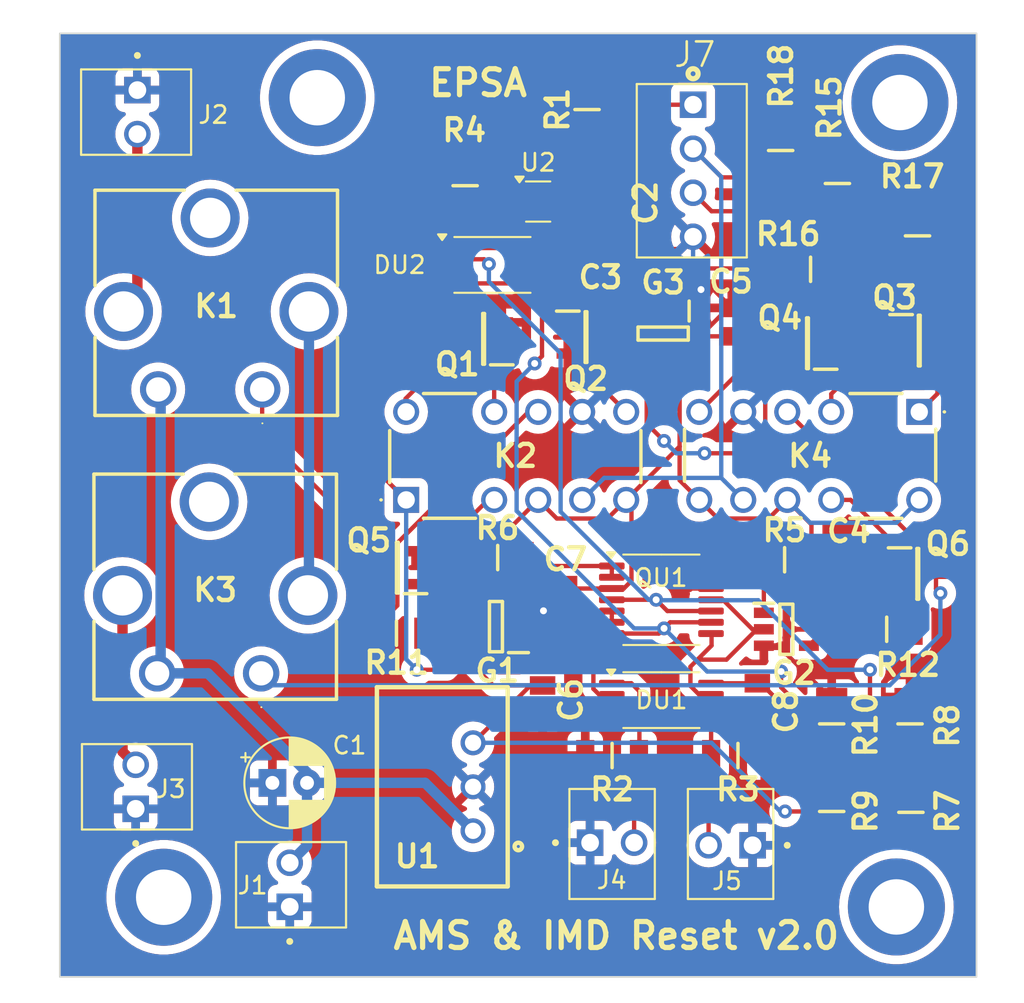
<source format=kicad_pcb>
(kicad_pcb (version 20240108) (generator "pcbnew") (generator_version "8.0")
  (layers (0 "F.Cu" signal) (31 "B.Cu" signal) (34 "B.Paste" user) (35 "F.Paste" user) (36 "B.SilkS" user "B.Silkscreen") (37 "F.SilkS" user "F.Silkscreen") (38 "B.Mask" user) (39 "F.Mask" user) (44 "Edge.Cuts" user))
  (net 0 "")
  (net 1 "GND")
  (net 2 "+12V")
  (net 3 "+5V")
  (net 4 "/AMS_OK")
  (net 5 "/Raw_AMS_OK")
  (net 6 "Net-(G3-Pad4)")
  (net 7 "/IMD_OK")
  (net 8 "/Raw_IMD_OK")
  (net 9 "Net-(K2-COM_2)")
  (net 10 "/IMD_SCS_Compliance")
  (net 11 "/SC in")
  (net 12 "/SC out")
  (net 13 "/AMS_SCS_Compliance")
  (net 14 "Net-(K2-Reset_2)")
  (net 15 "Net-(K4-COM_1)")
  (net 16 "/0.75V")
  (net 17 "/4.25V")
  (net 18 "/Button_Output_SCS_Compliance")
  (net 19 "/Button_Output")
  (net 20 "/Button_Input")
  (net 21 "/Raw_Button_Output")
  (net 22 "/Button_Input_SCS")
  (net 23 "Net-(K1-Pad1)")
  (net 24 "Net-(K2-COIL2-Pad7)")
  (net 25 "Net-(K2-COIL1-Pad12)")
  (net 26 "/SC_Closed_IMD")
  (net 27 "Net-(K4-COIL1-Pad1)")
  (net 28 "Net-(K4-COIL2-Pad6)")
  (net 29 "/SC_Closed_AMS")
  (net 30 "Net-(G1-Pad4)")
  (net 31 "Net-(G2-Pad4)")
  (net 33 "Net-(K1-Pad2)")
  (net 34 "Net-(K3-Pad1)")
  (net 36 "Net-(K4-Reset_1)")
  (footprint "EPSA_lib:RESC3216X70N" (layer "F.Cu") (at 190.0174 73.5076 90)
    (property "Reference" "R18")
    (property "Value" "100k" (hide yes))
  )
  (footprint "EPSA_lib:RESC3216X70N" (layer "F.Cu") (at 192.9638 111.6584 -90)
    (property "Reference" "R9")
    (property "Value" "12k" (hide yes))
  )
  (footprint "Package_TO_SOT_SMD:SOT-353_SC-70-5_Handsoldering" (layer "F.Cu") (at 176.022 76.454)
    (property "Reference" "U2")
    (property "Value" "~")
  )
  (footprint "" (layer "F.Cu") (at 163.2712 70.4596)
    (property "Reference" "")
    (property "Value" "")
  )
  (footprint "Package_SO:TSSOP-14_4.4x5mm_P0.65mm" (layer "F.Cu") (at 183.134 99.4404)
    (property "Reference" "QU1")
    (property "Value" "Opamp_Quad")
  )
  (footprint "EPSA_lib:MOLEX_22-11-2022" (layer "F.Cu") (at 179.0192 113.4612)
    (property "Reference" "J4")
    (property "Value" "2P Droit 2-11-2022")
  )
  (footprint "" (layer "F.Cu") (at 196.9008 70.739)
    (property "Reference" "")
    (property "Value" "")
  )
  (footprint "EPSA_lib:V23079B1201B301" (layer "F.Cu") (at 168.402 93.6752)
    (property "Reference" "K2")
    (property "Value" "Bistable V23079B1201B301" (hide yes))
  )
  (footprint "EPSA_lib:RESC3216X70N" (layer "F.Cu") (at 197.5358 111.7092 -90)
    (property "Reference" "R7")
    (property "Value" "82k" (hide yes))
  )
  (footprint "EPSA_lib:MOLEX_22-11-2022" (layer "F.Cu") (at 188.3984 113.6112 180)
    (property "Reference" "J5")
    (property "Value" "2P Droit 2-11-2022")
  )
  (footprint "EPSA_lib:SOT95P237X112-3N" (layer "F.Cu") (at 198.0184 84.4804)
    (property "Reference" "Q3")
    (property "Value" "NMOS SQ2348ES-T1_GE3" (hide yes))
  )
  (footprint "EPSA_lib:CP112V" (layer "F.Cu") (at 160.0294 103.6864 180)
    (property "Reference" "K3")
    (property "Value" "Relais PCB" (hide yes))
  )
  (footprint "EPSA_lib:SOT95P237X112-3N" (layer "F.Cu") (at 178.782 84.2772)
    (property "Reference" "Q2")
    (property "Value" "NMOS SQ2348ES-T1_GE3" (hide yes))
  )
  (footprint "EPSA_lib:RESC3216X70N" (layer "F.Cu") (at 180.2892 108.432 180)
    (property "Reference" "R2")
    (property "Value" "500k" (hide yes))
  )
  (footprint "EPSA_lib:CAPC2012X130N" (layer "F.Cu") (at 194.1068 97.7138 -90)
    (property "Reference" "C4")
    (property "Value" "1u" (hide yes))
  )
  (footprint "EPSA_lib:RESC3216X70N" (layer "F.Cu") (at 173.6852 97.0026)
    (property "Reference" "R6")
    (property "Value" "10k" (hide yes))
  )
  (footprint "EPSA_lib:RESC3216X70N" (layer "F.Cu") (at 171.8056 75.5396 -90)
    (property "Reference" "R4")
    (property "Value" "10k" (hide yes))
  )
  (footprint "EPSA_lib:RESC3216X70N" (layer "F.Cu") (at 193.294 75.4126 -90)
    (property "Reference" "R15")
    (property "Value" "3k9" (hide yes))
  )
  (footprint "EPSA_lib:MOLEX_22-11-2042" (layer "F.Cu") (at 184.9628 74.676 -90)
    (property "Reference" "J7")
    (property "Value" "4P Droit 22-11-2042")
  )
  (footprint "EPSA_lib:CAPC2012X130N" (layer "F.Cu") (at 188.6712 105.0792 -90)
    (property "Reference" "C8")
    (property "Value" "1u" (hide yes))
  )
  (footprint "EPSA_lib:CP112V" (layer "F.Cu") (at 160.0896 87.2998 180)
    (property "Reference" "K1")
    (property "Value" "Relais PCB" (hide yes))
  )
  (footprint "EPSA_lib:CAPC2012X130N" (layer "F.Cu") (at 176.276 105.2068 -90)
    (property "Reference" "C6")
    (property "Value" "1u" (hide yes))
  )
  (footprint "EPSA_lib:SOT95P280X145-5N" (layer "F.Cu") (at 183.2356 84.074 -90)
    (property "Reference" "G3")
    (property "Value" "Gate AND SN74AHCT1G08DBVR" (hide yes))
  )
  (footprint "EPSA_lib:SOT95P237X112-3N" (layer "F.Cu") (at 167.894 97.5868 180)
    (property "Reference" "Q5")
    (property "Value" "NMOS SQ2348ES-T1_GE3" (hide yes))
  )
  (footprint "EPSA_lib:RESC3216X70N" (layer "F.Cu") (at 192.9638 106.6038 -90)
    (property "Reference" "R10")
    (property "Value" "82k" (hide yes))
  )
  (footprint "Package_SO:TSSOP-8_4.4x3mm_P0.65mm" (layer "F.Cu") (at 173.3804 80.1116)
    (property "Reference" "DU2")
    (property "Value" "Opamp_Dual")
  )
  (footprint "EPSA_lib:SOT95P237X112-3N" (layer "F.Cu") (at 197.9336 97.9424)
    (property "Reference" "Q6")
    (property "Value" "NMOS SQ2348ES-T1_GE3" (hide yes))
  )
  (footprint "EPSA_lib:V23079B1201B301" (layer "F.Cu") (at 198.0184 88.5952 180)
    (property "Reference" "K4")
    (property "Value" "Bistable V23079B1201B301" (hide yes))
  )
  (footprint "EPSA_lib:SOT95P237X112-3N" (layer "F.Cu") (at 172.8724 84.3788 180)
    (property "Reference" "Q1")
    (property "Value" "NMOS SQ2348ES-T1_GE3" (hide yes))
  )
  (footprint "EPSA_lib:RESC3216X70N" (layer "F.Cu") (at 178.8414 71.1454 90)
    (property "Reference" "R1")
    (property "Value" "500k" (hide yes))
  )
  (footprint "EPSA_lib:CAPC2012X130N" (layer "F.Cu") (at 177.546 99.4156 -90)
    (property "Reference" "C7")
    (property "Value" "1u" (hide yes))
  )
  (footprint "Capacitor_THT:CP_Radial_D5.0mm_P2.00mm" (layer "F.Cu") (at 160.6804 110.0074)
    (property "Reference" "C1")
    (property "Value" "C")
  )
  (footprint "" (layer "F.Cu") (at 196.6976 117.1702)
    (property "Reference" "")
    (property "Value" "")
  )
  (footprint "EPSA_lib:RESC3216X70N" (layer "F.Cu") (at 191.7446 80.3656 180)
    (property "Reference" "R16")
    (property "Value" "8k2" (hide yes))
  )
  (footprint "EPSA_lib:MOLEX_22-11-2022" (layer "F.Cu") (at 152.888 70.0214 -90)
    (property "Reference" "J2")
    (property "Value" "2P Droit 2-11-2022")
  )
  (footprint "EPSA_lib:MOLEX_22-11-2022" (layer "F.Cu") (at 161.6816 117.1608 90)
    (property "Reference" "J1")
    (property "Value" "2P Droit 2-11-2022")
  )
  (footprint "EPSA_lib:SOT95P280X145-5N" (layer "F.Cu") (at 190.3476 101.1428)
    (property "Reference" "G2")
    (property "Value" "Gate NAND SN74AHCT1G00DBVR" (hide yes))
  )
  (footprint "EPSA_lib:CAPC2012X130N" (layer "F.Cu") (at 187.198 83.4136 -90)
    (property "Reference" "C5")
    (property "Value" "1u" (hide yes))
  )
  (footprint "EPSA_lib:RESC3216X70N" (layer "F.Cu") (at 197.9168 78.4352 90)
    (property "Reference" "R17")
    (property "Value" "8k2" (hide yes))
  )
  (footprint "EPSA_lib:RESC3216X70N" (layer "F.Cu") (at 196.1388 101.1428)
    (property "Reference" "R12")
    (property "Value" "500" (hide yes))
  )
  (footprint "EPSA_lib:RESC3216X70N" (layer "F.Cu") (at 190.246 97.1296)
    (property "Reference" "R5")
    (property "Value" "10k" (hide yes))
  )
  (footprint "EPSA_lib:RESC3216X70N" (layer "F.Cu") (at 187.5536 108.432)
    (property "Reference" "R3")
    (property "Value" "500k" (hide yes))
  )
  (footprint "EPSA_lib:SOT95P280X145-5N" (layer "F.Cu") (at 173.5836 100.9904 180)
    (property "Reference" "G1")
    (property "Value" "Gate NAND SN74AHCT1G00DBVR" (hide yes))
  )
  (footprint "EPSA_lib:RESC3216X70N" (layer "F.Cu") (at 197.485 106.6038 -90)
    (property "Reference" "R8")
    (property "Value" "12k" (hide yes))
  )
  (footprint "EPSA_lib:CAPC2012X130N" (layer "F.Cu") (at 180.3908 76.4032 90)
    (property "Reference" "C2")
    (property "Value" "1u" (hide yes))
  )
  (footprint "EPSA_lib:SOT95P237X112-3N" (layer "F.Cu") (at 191.5668 84.6328 180)
    (property "Reference" "Q4")
    (property "Value" "NMOS SQ2348ES-T1_GE3" (hide yes))
  )
  (footprint "EPSA_lib:CAPC2012X130N" (layer "F.Cu") (at 179.6288 79.1972 180)
    (property "Reference" "C3")
    (property "Value" "1u" (hide yes))
  )
  (footprint "EPSA_lib:MOLEX_22-11-2022" (layer "F.Cu") (at 152.7888 111.5062 90)
    (property "Reference" "J3")
    (property "Value" "2P Droit 2-11-2022")
  )
  (footprint "EPSA_lib:TSR-0.5-2433" (layer "F.Cu") (at 174.2628 115.986 90)
    (property "Reference" "U1")
    (property "Value" "Alim LP TSR_0.5-2450" (hide yes))
  )
  (footprint "EPSA_lib:RESC3216X70N" (layer "F.Cu") (at 167.8432 101.3714 180)
    (property "Reference" "R11")
    (property "Value" "500" (hide yes))
  )
  (footprint "" (layer "F.Cu") (at 154.4066 116.6114)
    (property "Reference" "")
    (property "Value" "")
  )
  (footprint "Package_SO:TSSOP-8_4.4x3mm_P0.65mm" (layer "F.Cu") (at 183.134 105.2316)
    (property "Reference" "DU1")
    (property "Value" "Opamp_Dual")
  )
  (gr_rect (start 148.4122 66.7512) (end 201.3204 121.2088) (stroke (width 0.1)) (fill none) (layer "Edge.Cuts"))
  (gr_text "AMS & IMD Reset v2.0" (at 193.548 119.7102 0) (layer "F.SilkS") (effects (font (size 1.5 1.5) (thickness 0.3) (bold yes)) (justify right bottom)))
  (gr_text "EPSA" (at 169.5704 70.485 0) (layer "F.SilkS") (effects (font (size 1.5 1.5) (thickness 0.3) (bold yes)) (justify left bottom)))
  (segment (start 176.2912 100.0404) (end 174.8836 100.0404) (width 0.25) (layer "F.Cu") (net 1))
  (segment (start 182.4702 83.7836) (end 185.808 83.7836) (width 0.25) (layer "F.Cu") (net 1))
  (segment (start 176.3268 100.076) (end 176.2912 100.0404) (width 0.25) (layer "F.Cu") (net 1))
  (segment (start 184.2516 79.1972) (end 180.4488 79.1972) (width 0.25) (layer "F.Cu") (net 1))
  (segment (start 176.4864 100.2356) (end 177.546 100.2356) (width 0.25) (layer "F.Cu") (net 1))
  (segment (start 188.6712 107.9996) (end 189.1036 108.432) (width 0.25) (layer "F.Cu") (net 1))
  (segment (start 189.0476 102.0928) (end 189.8726 102.0928) (width 0.25) (layer "F.Cu") (net 1))
  (segment (start 188.6712 105.8992) (end 188.6712 107.9996) (width 0.25) (layer "F.Cu") (net 1))
  (segment (start 185.42 81.534) (end 186.1384 81.534) (width 0.25) (layer "F.Cu") (net 1))
  (segment (start 186.1384 81.534) (end 187.198 82.5936) (width 0.25) (layer "F.Cu") (net 1))
  (segment (start 182.2856 83.599) (end 182.4702 83.7836) (width 0.25) (layer "F.Cu") (net 1))
  (segment (start 189.8726 102.0928) (end 192.8336 105.0538) (width 0.25) (layer "F.Cu") (net 1))
  (segment (start 192.8336 105.0538) (end 192.9638 105.0538) (width 0.25) (layer "F.Cu") (net 1))
  (segment (start 176.3268 100.076) (end 176.4864 100.2356) (width 0.25) (layer "F.Cu") (net 1))
  (segment (start 184.2672 98.7904) (end 184.2516 98.806) (width 0.25) (layer "F.Cu") (net 1))
  (segment (start 184.9628 78.486) (end 184.2516 79.1972) (width 0.25) (layer "F.Cu") (net 1))
  (segment (start 186.998 82.5936) (end 187.198 82.5936) (width 0.25) (layer "F.Cu") (net 1))
  (segment (start 185.808 83.7836) (end 186.998 82.5936) (width 0.25) (layer "F.Cu") (net 1))
  (segment (start 185.9965 98.7904) (end 184.2672 98.7904) (width 0.25) (layer "F.Cu") (net 1))
  (segment (start 182.2856 82.774) (end 182.2856 83.599) (width 0.25) (layer "F.Cu") (net 1))
  (via (at 176.3268 100.076) (size 0.8) (drill 0.4) (layers "F.Cu" "B.Cu") (net 1))
  (via (at 185.42 81.534) (size 0.8) (drill 0.4) (layers "F.Cu" "B.Cu") (net 1))
  (segment (start 184.9628 78.486) (end 184.9628 81.0768) (width 0.25) (layer "B.Cu") (net 1))
  (segment (start 184.9628 81.0768) (end 185.42 81.534) (width 0.25) (layer "B.Cu") (net 1))
  (segment (start 156.9594 103.6864) (end 162.6804 109.4074) (width 0.6) (layer "B.Cu") (net 2))
  (segment (start 154.2294 87.4396) (end 154.2294 103.4864) (width 0.6) (layer "B.Cu") (net 2))
  (segment (start 154.0896 87.2998) (end 154.2294 87.4396) (width 0.6) (layer "B.Cu") (net 2))
  (segment (start 169.4942 110.0074) (end 162.6804 110.0074) (width 0.6) (layer "B.Cu") (net 2))
  (segment (start 154.0294 103.6864) (end 156.9594 103.6864) (width 0.6) (layer "B.Cu") (net 2))
  (segment (start 162.6804 110.0074) (end 162.6804 113.622) (width 0.6) (layer "B.Cu") (net 2))
  (segment (start 162.6804 109.4074) (end 162.6804 110.0074) (width 0.6) (layer "B.Cu") (net 2))
  (segment (start 154.2294 103.4864) (end 154.0294 103.6864) (width 0.6) (layer "B.Cu") (net 2))
  (segment (start 172.2628 112.776) (end 169.4942 110.0074) (width 0.6) (layer "B.Cu") (net 2))
  (segment (start 162.6804 113.622) (end 161.6816 114.6208) (width 0.6) (layer "B.Cu") (net 2))
  (segment (start 172.2836 103.2464) (end 172.2836 101.9404) (width 0.25) (layer "F.Cu") (net 3))
  (segment (start 180.2715 98.7904) (end 177.7408 98.7904) (width 0.25) (layer "F.Cu") (net 3))
  (segment (start 191.4652 111.7098) (end 192.9638 113.2084) (width 0.25) (layer "F.Cu") (net 3))
  (segment (start 172.6946 97.0026) (end 172.1352 97.0026) (width 0.25) (layer "F.Cu") (net 3))
  (segment (start 181.102 93.6752) (end 180.027 94.7502) (width 0.25) (layer "F.Cu") (net 3))
  (segment (start 177.7408 98.7904) (end 177.546 98.5956) (width 0.25) (layer "F.Cu") (net 3))
  (segment (start 176.2429 79.1366) (end 176.2429 78.2131) (width 0.25) (layer "F.Cu") (net 3))
  (segment (start 185.326 84.2336) (end 184.1856 85.374) (width 0.25) (layer "F.Cu") (net 3))
  (segment (start 172.2628 107.696) (end 175.572 104.3868) (width 0.25) (layer "F.Cu") (net 3))
  (segment (start 180.027 94.7502) (end 177.097 94.7502) (width 0.25) (layer "F.Cu") (net 3))
  (segment (start 185.9991 104.2592) (end 185.9965 104.2566) (width 0.25) (layer "F.Cu") (net 3))
  (segment (start 181.4068 98.346412) (end 181.4068 93.98) (width 0.25) (layer "F.Cu") (net 3))
  (segment (start 192.3112 98.9656) (end 193.675 98.9656) (width 0.25) (layer "F.Cu") (net 3))
  (segment (start 180.2716 77.104) (end 180.3908 77.2232) (width 0.25) (layer "F.Cu") (net 3))
  (segment (start 191.796 97.1296) (end 191.796 98.4504) (width 0.25) (layer "F.Cu") (net 3))
  (segment (start 178.6974 79.0858) (end 178.8088 79.1972) (width 0.25) (layer "F.Cu") (net 3))
  (segment (start 187.198 84.2336) (end 185.326 84.2336) (width 0.25) (layer "F.Cu") (net 3))
  (segment (start 193.0394 113.284) (end 192.9638 113.2084) (width 0.25) (layer "F.Cu") (net 3))
  (segment (start 181.4068 93.98) (end 181.102 93.6752) (width 0.25) (layer "F.Cu") (net 3))
  (segment (start 190.3216 80.4926) (end 190.3216 82.095) (width 0.25) (layer "F.Cu") (net 3))
  (segment (start 188.6712 104.2592) (end 185.9991 104.2592) (width 0.25) (layer "F.Cu") (net 3))
  (segment (start 173.424 104.3868) (end 172.2836 103.2464) (width 0.25) (layer "F.Cu") (net 3))
  (segment (start 178.8088 79.1972) (end 178.8088 79.3972) (width 0.25) (layer "F.Cu") (net 3))
  (segment (start 190.1438 80.3148) (end 190.1946 80.3656) (width 0.25) (layer "F.Cu") (net 3))
  (segment (start 188.183 84.2336) (end 187.198 84.2336) (width 0.25) (layer "F.Cu") (net 3))
  (segment (start 179.7264 80.3148) (end 190.1438 80.3148) (width 0.25) (layer "F.Cu") (net 3))
  (segment (start 176.022 93.6752) (end 172.6946 97.0026) (width 0.25) (layer "F.Cu") (net 3))
  (segment (start 189.3234 94.7502) (end 186.3934 94.7502) (width 0.25) (layer "F.Cu") (net 3))
  (segment (start 197.5358 113.2592) (end 197.511 113.284) (width 0.25) (layer "F.Cu") (net 3))
  (segment (start 173.3296 98.197) (end 172.1352 97.0026) (width 0.25) (layer "F.Cu") (net 3))
  (segment (start 190.2714 111.6584) (end 191.4138 111.6584) (width 0.25) (layer "F.Cu") (net 3))
  (segment (start 193.675 98.9656) (end 194.1068 98.5338) (width 0.25) (layer "F.Cu") (net 3))
  (segment (start 190.3984 93.6752) (end 190.3984 93.7006) (width 0.25) (layer "F.Cu") (net 3))
  (segment (start 186.3934 94.7502) (end 185.3184 93.6752) (width 0.25) (layer "F.Cu") (net 3))
  (segment (start 180.962812 98.7904) (end 181.4068 98.346412) (width 0.25) (layer "F.Cu") (net 3))
  (segment (start 191.4138 111.6584) (end 192.9638 113.2084) (width 0.25) (layer "F.Cu") (net 3))
  (segment (start 170.7444 103.4796) (end 169.0116 103.4796) (width 0.25) (layer "F.Cu") (net 3))
  (segment (start 191.796 98.4504) (end 192.3112 98.9656) (width 0.25) (layer "F.Cu") (net 3))
  (segment (start 191.6476 99.6292) (end 191.6476 100.1928) (width 0.25) (layer "F.Cu") (net 3))
  (segment (start 184.1856 85.374) (end 184.1856 90.5916) (width 0.25) (layer "F.Cu") (net 3))
  (segment (start 171.8056 73.9896) (end 169.5704 73.9896) (width 0.25) (layer "F.Cu") (net 3))
  (segment (start 166.116 77.444) (end 166.116 91.3892) (width 0.25) (layer "F.Cu") (net 3))
  (segment (start 176.2429 79.1366) (end 176.2937 79.0858) (width 0.25) (layer "F.Cu") (net 3))
  (segment (start 172.2836 101.9404) (end 170.7444 103.4796) (width 0.25) (layer "F.Cu") (net 3))
  (segment (start 188.6712 104.2592) (end 188.8712 104.2592) (width 0.25) (layer "F.Cu") (net 3))
  (segment (start 190.3216 82.095) (end 188.183 84.2336) (width 0.25) (layer "F.Cu") (net 3))
  (segment (start 190.3984 93.6752) (end 189.3234 94.7502) (width 0.25) (layer "F.Cu") (net 3))
  (segment (start 177.352 77.104) (end 180.2716 77.104) (width 0.25) (layer "F.Cu") (net 3))
  (segment (start 169.5704 73.9896) (end 166.116 77.444) (width 0.25) (layer "F.Cu") (net 3))
  (segment (start 192.3112 98.9656) (end 191.6476 99.6292) (width 0.25) (layer "F.Cu") (net 3))
  (segment (start 190.1946 80.3656) (end 190.3216 80.4926) (width 0.25) (layer "F.Cu") (net 3))
  (segment (start 178.8088 79.3972) (end 179.7264 80.3148) (width 0.25) (layer "F.Cu") (net 3))
  (segment (start 176.2937 79.0858) (end 178.6974 79.0858) (width 0.25) (layer "F.Cu") (net 3))
  (segment (start 176.2429 78.2131) (end 177.352 77.104) (width 0.25) (layer "F.Cu") (net 3))
  (segment (start 176.276 104.3868) (end 173.424 104.3868) (width 0.25) (layer "F.Cu") (net 3))
  (segment (start 184.1856 90.5916) (end 181.102 93.6752) (width 0.25) (layer "F.Cu") (net 3))
  (segment (start 197.511 113.284) (end 193.0394 113.284) (width 0.25) (layer "F.Cu") (net 3))
  (segment (start 184.1856 92.5424) (end 185.3184 93.6752) (width 0.25) (layer "F.Cu") (net 3))
  (segment (start 184.1856 90.5916) (end 184.1856 92.5424) (width 0.25) (layer "F.Cu") (net 3))
  (segment (start 177.097 94.7502) (end 176.022 93.6752) (width 0.25) (layer "F.Cu") (net 3))
  (segment (start 172.2836 101.9404) (end 173.3296 100.8944) (width 0.25) (layer "F.Cu") (net 3))
  (segment (start 180.2715 98.7904) (end 180.962812 98.7904) (width 0.25) (layer "F.Cu") (net 3))
  (segment (start 175.572 104.3868) (end 176.276 104.3868) (width 0.25) (layer "F.Cu") (net 3))
  (segment (start 188.8712 104.2592) (end 191.4652 106.8532) (width 0.25) (layer "F.Cu") (net 3))
  (segment (start 166.116 91.3892) (end 168.402 93.6752) (width 0.25) (layer "F.Cu") (net 3))
  (segment (start 191.4652 106.8532) (end 191.4652 111.7098) (width 0.25) (layer "F.Cu") (net 3))
  (segment (start 173.3296 100.8944) (end 173.3296 98.197) (width 0.25) (layer "F.Cu") (net 3))
  (segment (start 191.796 95.0982) (end 191.796 97.1296) (width 0.25) (layer "F.Cu") (net 3))
  (segment (start 190.3984 93.7006) (end 191.796 95.0982) (width 0.25) (layer "F.Cu") (net 3))
  (via (at 169.0116 103.4796) (size 0.8) (drill 0.4) (layers "F.Cu" "B.Cu") (net 3))
  (via (at 190.2714 111.6584) (size 0.8) (drill 0.4) (layers "F.Cu" "B.Cu") (net 3))
  (segment (start 189.992 111.6584) (end 186.0296 107.696) (width 0.25) (layer "B.Cu") (net 3))
  (segment (start 196.6976 94.996) (end 198.0184 93.6752) (width 0.25) (layer "B.Cu") (net 3))
  (segment (start 169.0116 103.4796) (end 168.402 102.87) (width 0.25) (layer "B.Cu") (net 3))
  (segment (start 168.402 102.87) (end 168.402 93.6752) (width 0.25) (layer "B.Cu") (net 3))
  (segment (start 190.2714 111.6584) (end 189.992 111.6584) (width 0.25) (layer "B.Cu") (net 3))
  (segment (start 191.7192 94.996) (end 196.6976 94.996) (width 0.25) (layer "B.Cu") (net 3))
  (segment (start 190.3984 93.6752) (end 191.7192 94.996) (width 0.25) (layer "B.Cu") (net 3))
  (segment (start 186.0296 107.696) (end 172.2628 107.696) (width 0.25) (layer "B.Cu") (net 3))
  (segment (start 186.0296 102.082) (end 186.0296 101.4235) (width 0.25) (layer "F.Cu") (net 4))
  (segment (start 188.6452 101.1428) (end 189.0476 101.1428) (width 0.25) (layer "F.Cu") (net 4))
  (segment (start 185.9965 104.9066) (end 185.305188 104.9066) (width 0.25) (layer "F.Cu") (net 4))
  (segment (start 186.0296 101.4235) (end 185.9965 101.3904) (width 0.25) (layer "F.Cu") (net 4))
  (segment (start 185.2168 102.8948) (end 186.0296 102.082) (width 0.25) (layer "F.Cu") (net 4))
  (segment (start 185.305188 104.9066) (end 184.8104 104.411812) (width 0.25) (layer "F.Cu") (net 4))
  (segment (start 189.0476 101.1428) (end 188.390212 101.1428) (width 0.25) (layer "F.Cu") (net 4))
  (segment (start 184.8104 103.3012) (end 185.2168 102.8948) (width 0.25) (layer "F.Cu") (net 4))
  (segment (start 185.2168 102.8948) (end 186.8932 102.8948) (width 0.25) (layer "F.Cu") (net 4))
  (segment (start 184.8104 104.411812) (end 184.8104 103.3012) (width 0.25) (layer "F.Cu") (net 4))
  (segment (start 185.9965 104.9066) (end 185.9965 105.5566) (width 0.25) (layer "F.Cu") (net 4))
  (segment (start 186.8932 102.8948) (end 188.6452 101.1428) (width 0.25) (layer "F.Cu") (net 4))
  (segment (start 186.687812 99.4404) (end 185.9965 99.4404) (width 0.25) (layer "F.Cu") (net 4))
  (segment (start 188.390212 101.1428) (end 186.687812 99.4404) (width 0.25) (layer "F.Cu") (net 4))
  (segment (start 185.8584 113.6112) (end 185.8584 108.5772) (width 0.25) (layer "F.Cu") (net 5))
  (segment (start 185.8584 108.5772) (end 186.0036 108.432) (width 0.25) (layer "F.Cu") (net 5))
  (segment (start 186.0036 108.432) (end 186.0036 106.2137) (width 0.25) (layer "F.Cu") (net 5))
  (segment (start 186.0036 106.2137) (end 185.9965 106.2066) (width 0.25) (layer "F.Cu") (net 5))
  (segment (start 191.074 85.5828) (end 192.6168 85.5828) (width 0.25) (layer "F.Cu") (net 6))
  (segment (start 183.2864 90.2716) (end 182.2856 89.2708) (width 0.25) (layer "F.Cu") (net 6))
  (segment (start 189.1284 87.5284) (end 191.074 85.5828) (width 0.25) (layer "F.Cu") (net 6))
  (segment (start 185.6232 90.9828) (end 187.7568 90.9828) (width 0.25) (layer "F.Cu") (net 6))
  (segment (start 182.2856 84.549) (end 181.0638 83.3272) (width 0.25) (layer "F.Cu") (net 6))
  (segment (start 189.1284 89.6112) (end 189.1284 87.5284) (width 0.25) (layer "F.Cu") (net 6))
  (segment (start 182.2856 85.374) (end 182.2856 84.549) (width 0.25) (layer "F.Cu") (net 6))
  (segment (start 187.7568 90.9828) (end 189.1284 89.6112) (width 0.25) (layer "F.Cu") (net 6))
  (segment (start 181.0638 83.3272) (end 177.732 83.3272) (width 0.25) (layer "F.Cu") (net 6))
  (segment (start 182.2856 89.2708) (end 182.2856 85.374) (width 0.25) (layer "F.Cu") (net 6))
  (via (at 183.2864 90.2716) (size 0.8) (drill 0.4) (layers "F.Cu" "B.Cu") (net 6))
  (via (at 185.6232 90.9828) (size 0.8) (drill 0.4) (layers "F.Cu" "B.Cu") (net 6))
  (segment (start 185.6232 90.9828) (end 183.9976 90.9828) (width 0.25) (layer "B.Cu") (net 6))
  (segment (start 183.9976 90.9828) (end 183.2864 90.2716) (width 0.25) (layer "B.Cu") (net 6))
  (segment (start 178.380188 101.9404) (end 179.580188 100.7404) (width 0.25) (layer "F.Cu") (net 7))
  (segment (start 174.8836 101.9404) (end 178.380188 101.9404) (width 0.25) (layer "F.Cu") (net 7))
  (segment (start 179.209 104.581599) (end 179.534001 104.9066) (width 0.25) (layer "F.Cu") (net 7))
  (segment (start 180.2715 100.0904) (end 180.2715 100.7404) (width 0.25) (layer "F.Cu") (net 7))
  (segment (start 180.2715 104.9066) (end 180.2715 105.5566) (width 0.25) (layer "F.Cu") (net 7))
  (segment (start 179.580188 100.7404) (end 180.2715 100.7404) (width 0.25) (layer "F.Cu") (net 7))
  (segment (start 179.534001 104.9066) (end 180.2715 104.9066) (width 0.25) (layer "F.Cu") (net 7))
  (segment (start 179.534001 100.7404) (end 179.209 101.065401) (width 0.25) (layer "F.Cu") (net 7))
  (segment (start 180.2715 100.7404) (end 179.534001 100.7404) (width 0.25) (layer "F.Cu") (net 7))
  (segment (start 179.209 101.065401) (end 179.209 104.581599) (width 0.25) (layer "F.Cu") (net 7))
  (segment (start 181.8392 108.432) (end 181.864 108.4072) (width 0.25) (layer "F.Cu") (net 8))
  (segment (start 181.864 104.7236) (end 181.397 104.2566) (width 0.25) (layer "F.Cu") (net 8))
  (segment (start 181.397 104.2566) (end 180.2715 104.2566) (width 0.25) (layer "F.Cu") (net 8))
  (segment (start 181.864 108.4072) (end 181.864 104.7236) (width 0.25) (layer "F.Cu") (net 8))
  (segment (start 181.5592 113.4612) (end 181.5592 108.712) (width 0.25) (layer "F.Cu") (net 8))
  (segment (start 181.5592 108.712) (end 181.8392 108.432) (width 0.25) (layer "F.Cu") (net 8))
  (segment (start 175.4632 88.5952) (end 167.894 96.1644) (width 0.25) (layer "F.Cu") (net 9))
  (segment (start 167.894 99.7706) (end 166.2932 101.3714) (width 0.25) (layer "F.Cu") (net 9))
  (segment (start 167.894 96.1644) (end 167.894 99.7706) (width 0.25) (layer "F.Cu") (net 9))
  (segment (start 176.022 88.5952) (end 175.4632 88.5952) (width 0.25) (layer "F.Cu") (net 9))
  (segment (start 175.2352 97.0026) (end 175.2352 97.7078) (width 0.25) (layer "F.Cu") (net 10))
  (segment (start 174.0586 100.9904) (end 174.8836 100.9904) (width 0.25) (layer "F.Cu") (net 10))
  (segment (start 175.723 97.4904) (end 175.2352 97.0026) (width 0.25) (layer "F.Cu") (net 10))
  (segment (start 180.2715 97.4904) (end 175.723 97.4904) (width 0.25) (layer "F.Cu") (net 10))
  (segment (start 173.8586 99.0844) (end 173.8586 100.7904) (width 0.25) (layer "F.Cu") (net 10))
  (segment (start 175.2352 97.7078) (end 173.8586 99.0844) (width 0.25) (layer "F.Cu") (net 10))
  (segment (start 180.2715 97.4904) (end 180.2715 98.1404) (width 0.25) (layer "F.Cu") (net 10))
  (segment (start 173.8586 100.7904) (end 174.0586 100.9904) (width 0.25) (layer "F.Cu") (net 10))
  (segment (start 152.888 72.5614) (end 152.888 82.0014) (width 0.6) (layer "F.Cu") (net 11))
  (segment (start 152.888 82.0014) (end 152.0896 82.7998) (width 0.6) (layer "F.Cu") (net 11))
  (segment (start 152.0294 99.1864) (end 152.0294 108.2068) (width 0.6) (layer "F.Cu") (net 12))
  (segment (start 152.0294 108.2068) (end 152.7888 108.9662) (width 0.6) (layer "F.Cu") (net 12))
  (segment (start 188.3352 97.4904) (end 188.696 97.1296) (width 0.25) (layer "F.Cu") (net 13))
  (segment (start 189.0476 100.1928) (end 189.0476 97.4812) (width 0.25) (layer "F.Cu") (net 13))
  (segment (start 185.9965 97.4904) (end 185.9965 98.1404) (width 0.25) (layer "F.Cu") (net 13))
  (segment (start 189.0476 97.4812) (end 188.696 97.1296) (width 0.25) (layer "F.Cu") (net 13))
  (segment (start 185.9965 97.4904) (end 188.3352 97.4904) (width 0.25) (layer "F.Cu") (net 13))
  (segment (start 173.482 85.7692) (end 173.482 88.5952) (width 0.25) (layer "F.Cu") (net 14))
  (segment (start 173.9224 85.3288) (end 173.482 85.7692) (width 0.25) (layer "F.Cu") (net 14))
  (segment (start 197.9168 100.9148) (end 197.6888 101.1428) (width 0.25) (layer "F.Cu") (net 15))
  (segment (start 190.3984 88.5952) (end 197.9168 96.1136) (width 0.25) (layer "F.Cu") (net 15))
  (segment (start 197.9168 96.1136) (end 197.9168 100.9148) (width 0.25) (layer "F.Cu") (net 15))
  (segment (start 180.962812 99.4404) (end 180.2715 99.4404) (width 0.25) (layer "F.Cu") (net 16))
  (segment (start 197.485 110.1084) (end 197.485 108.1538) (width 0.25) (layer "F.Cu") (net 16))
  (segment (start 183.4792 100.0904) (end 185.9965 100.0904) (width 0.25) (layer "F.Cu") (net 16))
  (segment (start 197.485 108.1538) (end 197.4348 108.1538) (width 0.25) (layer "F.Cu") (net 16))
  (segment (start 182.8292 99.4404) (end 180.2715 99.4404) (width 0.25) (layer "F.Cu") (net 16))
  (segment (start 197.5358 110.1592) (end 197.485 110.1084) (width 0.25) (layer "F.Cu") (net 16))
  (segment (start 195.1736 105.8926) (end 195.1736 103.4796) (width 0.25) (layer "F.Cu") (net 16))
  (segment (start 172.903 79.7866) (end 170.5179 79.7866) (width 0.25) (layer "F.Cu") (net 16))
  (segment (start 173.1772 80.0608) (end 172.903 79.7866) (width 0.25) (layer "F.Cu") (net 16))
  (segment (start 182.8292 99.4404) (end 183.4792 100.0904) (width 0.25) (layer "F.Cu") (net 16))
  (segment (start 197.4348 108.1538) (end 195.1736 105.8926) (width 0.25) (layer "F.Cu") (net 16))
  (via (at 195.1736 103.4796) (size 0.8) (drill 0.4) (layers "F.Cu" "B.Cu") (net 16))
  (via (at 182.8292 99.4404) (size 0.8) (drill 0.4) (layers "F.Cu" "B.Cu") (net 16))
  (via (at 173.1772 80.0608) (size 0.8) (drill 0.4) (layers "F.Cu" "B.Cu") (net 16))
  (segment (start 188.722 99.4664) (end 192.7352 103.4796) (width 0.25) (layer "B.Cu") (net 16))
  (segment (start 182.8292 99.4404) (end 182.8552 99.4664) (width 0.25) (layer "B.Cu") (net 16))
  (segment (start 177.3174 85.217) (end 177.3174 94.361) (width 0.25) (layer "B.Cu") (net 16))
  (segment (start 173.1772 80.0608) (end 173.1772 81.0768) (width 0.25) (layer "B.Cu") (net 16))
  (segment (start 177.3174 94.361) (end 182.3968 99.4404) (width 0.25) (layer "B.Cu") (net 16))
  (segment (start 173.1772 81.0768) (end 177.3174 85.217) (width 0.25) (layer "B.Cu") (net 16))
  (segment (start 192.7352 103.4796) (end 195.1736 103.4796) (width 0.25) (layer "B.Cu") (net 16))
  (segment (start 182.3968 99.4404) (end 182.8292 99.4404) (width 0.25) (layer "B.Cu") (net 16))
  (segment (start 182.8552 99.4664) (end 188.722 99.4664) (width 0.25) (layer "B.Cu") (net 16))
  (segment (start 176.2429 85.3771) (end 176.2429 81.0866) (width 0.25) (layer "F.Cu") (net 17))
  (segment (start 192.9638 107.4178) (end 192.9638 108.1538) (width 0.25) (layer "F.Cu") (net 17))
  (segment (start 192.9638 110.1084) (end 192.9638 108.1538) (width 0.25) (layer "F.Cu") (net 17))
  (segment (start 190.0428 103.5812) (end 190.0428 104.4968) (width 0.25) (layer "F.Cu") (net 17))
  (segment (start 190.0428 104.4968) (end 192.9638 107.4178) (width 0.25) (layer "F.Cu") (net 17))
  (segment (start 183.638 100.7404) (end 185.9965 100.7404) (width 0.25) (layer "F.Cu") (net 17))
  (segment (start 183.2864 101.092) (end 182.988 101.3904) (width 0.25) (layer "F.Cu") (net 17))
  (segment (start 182.988 101.3904) (end 180.2715 101.3904) (width 0.25) (layer "F.Cu") (net 17))
  (segment (start 183.2864 101.092) (end 183.638 100.7404) (width 0.25) (layer "F.Cu") (net 17))
  (segment (start 175.8188 85.8012) (end 176.2429 85.3771) (width 0.25) (layer "F.Cu") (net 17))
  (via (at 175.8188 85.8012) (size 0.8) (drill 0.4) (layers "F.Cu" "B.Cu") (net 17))
  (via (at 183.2864 101.092) (size 0.8) (drill 0.4) (layers "F.Cu" "B.Cu") (net 17))
  (via (at 190.0428 103.5812) (size 0.8) (drill 0.4) (layers "F.Cu" "B.Cu") (net 17))
  (segment (start 185.7756 103.5812) (end 183.2864 101.092) (width 0.25) (layer "B.Cu") (net 17))
  (segment (start 174.7774 94.3102) (end 181.5592 101.092) (width 0.25) (layer "B.Cu") (net 17))
  (segment (start 190.0428 103.5812) (end 185.7756 103.5812) (width 0.25) (layer "B.Cu") (net 17))
  (segment (start 181.5592 101.092) (end 183.2864 101.092) (width 0.25) (layer "B.Cu") (net 17))
  (segment (start 174.7774 86.8426) (end 174.7774 94.3102) (width 0.25) (layer "B.Cu") (net 17))
  (segment (start 175.8188 85.8012) (end 174.7774 86.8426) (width 0.25) (layer "B.Cu") (net 17))
  (segment (start 170.5179 79.1366) (end 174.901588 79.1366) (width 0.25) (layer "F.Cu") (net 18))
  (segment (start 176.2429 79.7866) (end 177.2718 79.7866) (width 0.25) (layer "F.Cu") (net 18))
  (segment (start 174.901588 79.1366) (end 175.551588 79.7866) (width 0.25) (layer "F.Cu") (net 18))
  (segment (start 175.551588 79.7866) (end 176.2429 79.7866) (width 0.25) (layer "F.Cu") (net 18))
  (segment (start 183.0634 81.0768) (end 184.1856 82.199) (width 0.25) (layer "F.Cu") (net 18))
  (segment (start 171.8056 77.0896) (end 170.5179 78.3773) (width 0.25) (layer "F.Cu") (net 18))
  (segment (start 184.1856 82.199) (end 184.1856 82.774) (width 0.25) (layer "F.Cu") (net 18))
  (segment (start 178.562 81.0768) (end 183.0634 81.0768) (width 0.25) (layer "F.Cu") (net 18))
  (segment (start 177.2718 79.7866) (end 178.562 81.0768) (width 0.25) (layer "F.Cu") (net 18))
  (segment (start 170.5179 78.3773) (end 170.5179 79.1366) (width 0.25) (layer "F.Cu") (net 18))
  (segment (start 174.692 76.454) (end 174.692 77.104) (width 0.25) (layer "F.Cu") (net 19))
  (segment (start 170.5179 80.4366) (end 171.7242 80.4366) (width 0.25) (layer "F.Cu") (net 19))
  (segment (start 169.6414 80.4366) (end 170.5179 80.4366) (width 0.25) (layer "F.Cu") (net 19))
  (segment (start 182.966 81.874) (end 183.2356 82.1436) (width 0.25) (layer "F.Cu") (net 19))
  (segment (start 177.109 80.4366) (end 178.5464 81.874) (width 0.25) (layer "F.Cu") (net 19))
  (segment (start 174.692 76.454) (end 173.4397 76.454) (width 0.25) (layer "F.Cu") (net 19))
  (segment (start 169.2148 77.5716) (end 169.2148 80.01) (width 0.25) (layer "F.Cu") (net 19))
  (segment (start 172.466 81.1784) (end 174.4472 81.1784) (width 0.25) (layer "F.Cu") (net 19))
  (segment (start 178.5464 81.874) (end 182.966 81.874) (width 0.25) (layer "F.Cu") (net 19))
  (segment (start 173.4397 76.454) (end 172.9317 75.946) (width 0.25) (layer "F.Cu") (net 19))
  (segment (start 176.2429 80.4366) (end 177.109 80.4366) (width 0.25) (layer "F.Cu") (net 19))
  (segment (start 175.189 80.4366) (end 176.2429 80.4366) (width 0.25) (layer "F.Cu") (net 19))
  (segment (start 170.8404 75.946) (end 169.2148 77.5716) (width 0.25) (layer "F.Cu") (net 19))
  (segment (start 172.9317 75.946) (end 170.8404 75.946) (width 0.25) (layer "F.Cu") (net 19))
  (segment (start 171.7242 80.4366) (end 172.466 81.1784) (width 0.25) (layer "F.Cu") (net 19))
  (segment (start 174.4472 81.1784) (end 175.189 80.4366) (width 0.25) (layer "F.Cu") (net 19))
  (segment (start 169.2148 80.01) (end 169.6414 80.4366) (width 0.25) (layer "F.Cu") (net 19))
  (segment (start 183.2356 82.1436) (end 183.2356 82.774) (width 0.25) (layer "F.Cu") (net 19))
  (segment (start 190.0174 75.0576) (end 186.6144 75.0576) (width 0.25) (layer "F.Cu") (net 20))
  (segment (start 186.6144 75.0576) (end 184.9628 73.406) (width 0.25) (layer "F.Cu") (net 20))
  (segment (start 193.294 73.8626) (end 191.2124 73.8626) (width 0.25) (layer "F.Cu") (net 20))
  (segment (start 191.2124 73.8626) (end 190.0174 75.0576) (width 0.25) (layer "F.Cu") (net 20))
  (segment (start 186.5884 92.4052) (end 186.5884 75.0316) (width 0.25) (layer "B.Cu") (net 20))
  (segment (start 178.562 93.6752) (end 179.832 92.4052) (width 0.25) (layer "B.Cu") (net 20))
  (segment (start 186.7834 92.6002) (end 186.5884 92.4052) (width 0.25) (layer "B.Cu") (net 20))
  (segment (start 186.5884 75.0316) (end 184.9628 73.406) (width 0.25) (layer "B.Cu") (net 20))
  (segment (start 179.832 92.4052) (end 186.5884 92.4052) (width 0.25) (layer "B.Cu") (net 20))
  (segment (start 186.7834 92.6002) (end 187.8584 93.6752) (width 0.25) (layer "B.Cu") (net 20))
  (segment (start 175.566 72.6948) (end 174.692 73.5688) (width 0.25) (layer "F.Cu") (net 21))
  (segment (start 184.9628 70.866) (end 181.2804 70.866) (width 0.25) (layer "F.Cu") (net 21))
  (segment (start 181.2804 70.866) (end 179.451 72.6954) (width 0.25) (layer "F.Cu") (net 21))
  (segment (start 178.8414 72.6954) (end 178.8408 72.6948) (width 0.25) (layer "F.Cu") (net 21))
  (segment (start 178.8408 72.6948) (end 175.566 72.6948) (width 0.25) (layer "F.Cu") (net 21))
  (segment (start 179.451 72.6954) (end 178.8414 72.6954) (width 0.25) (layer "F.Cu") (net 21))
  (segment (start 174.692 73.5688) (end 174.692 75.804) (width 0.25) (layer "F.Cu") (net 21))
  (segment (start 184.9628 75.946) (end 186.0302 77.0134) (width 0.25) (layer "F.Cu") (net 22))
  (segment (start 193.2432 77.0134) (end 193.294 76.9626) (width 0.25) (layer "F.Cu") (net 22))
  (segment (start 193.294 76.9626) (end 193.294 77.1652) (width 0.25) (layer "F.Cu") (net 22))
  (segment (start 197.9162 76.8858) (end 197.9168 76.8852) (width 0.25) (layer "F.Cu") (net 22))
  (segment (start 193.294 77.1652) (end 193.2946 77.1658) (width 0.25) (layer "F.Cu") (net 22))
  (segment (start 193.3708 76.8858) (end 197.9162 76.8858) (width 0.25) (layer "F.Cu") (net 22))
  (segment (start 193.294 76.9626) (end 193.3708 76.8858) (width 0.25) (layer "F.Cu") (net 22))
  (segment (start 186.0302 77.0134) (end 193.2432 77.0134) (width 0.25) (layer "F.Cu") (net 22))
  (segment (start 193.2946 77.1658) (end 193.2946 80.3656) (width 0.25) (layer "F.Cu") (net 22))
  (segment (start 160.0896 89.823) (end 166.844 96.5774) (width 0.25) (layer "F.Cu") (net 23))
  (segment (start 160.0896 87.2998) (end 160.0896 89.823) (width 0.25) (layer "F.Cu") (net 23))
  (segment (start 166.844 96.5774) (end 166.844 97.5868) (width 0.25) (layer "F.Cu") (net 23))
  (segment (start 179.832 84.2772) (end 179.832 87.3252) (width 0.25) (layer "F.Cu") (net 24))
  (segment (start 179.832 87.3252) (end 181.102 88.5952) (width 0.25) (layer "F.Cu") (net 24))
  (segment (start 168.368 88.5612) (end 168.402 88.5952) (width 0.25) (layer "F.Cu") (net 25))
  (segment (start 168.368 87.8332) (end 168.368 88.5612) (width 0.25) (layer "F.Cu") (net 25))
  (segment (start 171.8224 84.3788) (end 168.368 87.8332) (width 0.25) (layer "F.Cu") (net 25))
  (segment (start 168.944 98.5368) (end 170.1698 98.5368) (width 0.25) (layer "F.Cu") (net 26))
  (segment (start 170.1698 98.5368) (end 171.1198 97.5868) (width 0.25) (layer "F.Cu") (net 26))
  (segment (start 171.1198 95.6818) (end 173.1264 93.6752) (width 0.25) (layer "F.Cu") (net 26))
  (segment (start 173.1264 93.6752) (end 173.482 93.6752) (width 0.25) (layer "F.Cu") (net 26))
  (segment (start 171.1198 97.5868) (end 171.1198 95.6818) (width 0.25) (layer "F.Cu") (net 26))
  (segment (start 199.0684 87.5452) (end 198.0184 88.5952) (width 0.25) (layer "F.Cu") (net 27))
  (segment (start 199.0684 84.4804) (end 199.0684 87.5452) (width 0.25) (layer "F.Cu") (net 27))
  (segment (start 189.2808 84.6328) (end 185.3184 88.5952) (width 0.25) (layer "F.Cu") (net 28))
  (segment (start 190.5168 84.6328) (end 189.2808 84.6328) (width 0.25) (layer "F.Cu") (net 28))
  (segment (start 192.9384 93.6752) (end 194.056 93.6752) (width 0.25) (layer "F.Cu") (net 29))
  (segment (start 194.056 93.6752) (end 196.816 96.4352) (width 0.25) (layer "F.Cu") (net 29))
  (segment (start 196.816 96.4352) (end 196.816 96.9924) (width 0.25) (layer "F.Cu") (net 29))
  (segment (start 172.2836 100.0404) (end 170.7242 100.0404) (width 0.25) (layer "F.Cu") (net 30))
  (segment (start 170.7242 100.0404) (end 169.3932 101.3714) (width 0.25) (layer "F.Cu") (net 30))
  (segment (start 192.5976 101.1428) (end 191.6476 102.0928) (width 0.25) (layer "F.Cu") (net 31))
  (segment (start 194.5888 101.1428) (end 192.5976 101.1428) (width 0.25) (layer "F.Cu") (net 31))
  (segment (start 162.7896 82.7998) (end 162.7896 99.1262) (width 0.6) (layer "B.Cu") (net 33))
  (segment (start 162.7896 99.1262) (end 162.7294 99.1864) (width 0.6) (layer "B.Cu") (net 33))
  (segment (start 198.9836 98.806) (end 199.2376 99.06) (width 0.25) (layer "F.Cu") (net 34))
  (segment (start 198.9836 97.9424) (end 198.9836 98.806) (width 0.25) (layer "F.Cu") (net 34))
  (via (at 199.2376 99.06) (size 0.8) (drill 0.4) (layers "F.Cu" "B.Cu") (net 34))
  (segment (start 199.2376 101.4476) (end 196.313 104.3722) (width 0.25) (layer "B.Cu") (net 34))
  (segment (start 160.7152 104.3722) (end 196.313 104.3722) (width 0.25) (layer "B.Cu") (net 34))
  (segment (start 160.0294 103.6864) (end 160.7152 104.3722) (width 0.25) (layer "B.Cu") (net 34))
  (segment (start 199.2376 99.06) (end 199.2376 101.4476) (width 0.25) (layer "B.Cu") (net 34))
  (segment (start 196.9684 83.5304) (end 192.9384 87.5604) (width 0.25) (layer "F.Cu") (net 36))
  (segment (start 192.9384 87.5604) (end 192.9384 88.5952) (width 0.25) (layer "F.Cu") (net 36))
  (zone (net 1) (net_name "GND") (layers "F&B.Cu") (connect_pads (clearance 0.508)) (min_thickness 0.25) (fill yes (thermal_gap 0.5) (thermal_bridge_width 0.5))
    (polygon (pts (xy 145.2372 65.1764) (xy 144.9578 122.7074) (xy 203.8858 122.6058) (xy 204.0636 64.8208)))
  )
)
</source>
